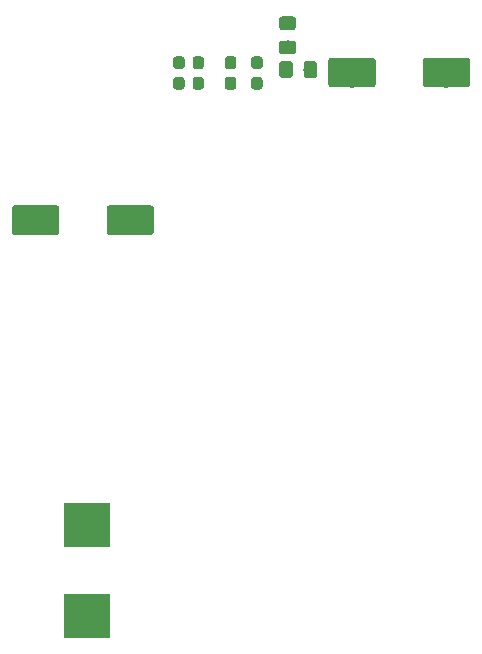
<source format=gbr>
G04 #@! TF.GenerationSoftware,KiCad,Pcbnew,(5.1.2)-1*
G04 #@! TF.CreationDate,2020-05-07T10:56:56-05:00*
G04 #@! TF.ProjectId,EMI_sensor_control_Rev2.0,454d495f-7365-46e7-936f-725f636f6e74,rev?*
G04 #@! TF.SameCoordinates,Original*
G04 #@! TF.FileFunction,Paste,Bot*
G04 #@! TF.FilePolarity,Positive*
%FSLAX46Y46*%
G04 Gerber Fmt 4.6, Leading zero omitted, Abs format (unit mm)*
G04 Created by KiCad (PCBNEW (5.1.2)-1) date 2020-05-07 10:56:56*
%MOMM*%
%LPD*%
G04 APERTURE LIST*
%ADD10C,0.100000*%
%ADD11C,2.500000*%
%ADD12C,0.950000*%
%ADD13C,1.150000*%
%ADD14R,4.000000X3.850000*%
G04 APERTURE END LIST*
D10*
G36*
X99272904Y-97455604D02*
G01*
X99297173Y-97459204D01*
X99320971Y-97465165D01*
X99344071Y-97473430D01*
X99366249Y-97483920D01*
X99387293Y-97496533D01*
X99406998Y-97511147D01*
X99425177Y-97527623D01*
X99441653Y-97545802D01*
X99456267Y-97565507D01*
X99468880Y-97586551D01*
X99479370Y-97608729D01*
X99487635Y-97631829D01*
X99493596Y-97655627D01*
X99497196Y-97679896D01*
X99498400Y-97704400D01*
X99498400Y-99704400D01*
X99497196Y-99728904D01*
X99493596Y-99753173D01*
X99487635Y-99776971D01*
X99479370Y-99800071D01*
X99468880Y-99822249D01*
X99456267Y-99843293D01*
X99441653Y-99862998D01*
X99425177Y-99881177D01*
X99406998Y-99897653D01*
X99387293Y-99912267D01*
X99366249Y-99924880D01*
X99344071Y-99935370D01*
X99320971Y-99943635D01*
X99297173Y-99949596D01*
X99272904Y-99953196D01*
X99248400Y-99954400D01*
X95748400Y-99954400D01*
X95723896Y-99953196D01*
X95699627Y-99949596D01*
X95675829Y-99943635D01*
X95652729Y-99935370D01*
X95630551Y-99924880D01*
X95609507Y-99912267D01*
X95589802Y-99897653D01*
X95571623Y-99881177D01*
X95555147Y-99862998D01*
X95540533Y-99843293D01*
X95527920Y-99822249D01*
X95517430Y-99800071D01*
X95509165Y-99776971D01*
X95503204Y-99753173D01*
X95499604Y-99728904D01*
X95498400Y-99704400D01*
X95498400Y-97704400D01*
X95499604Y-97679896D01*
X95503204Y-97655627D01*
X95509165Y-97631829D01*
X95517430Y-97608729D01*
X95527920Y-97586551D01*
X95540533Y-97565507D01*
X95555147Y-97545802D01*
X95571623Y-97527623D01*
X95589802Y-97511147D01*
X95609507Y-97496533D01*
X95630551Y-97483920D01*
X95652729Y-97473430D01*
X95675829Y-97465165D01*
X95699627Y-97459204D01*
X95723896Y-97455604D01*
X95748400Y-97454400D01*
X99248400Y-97454400D01*
X99272904Y-97455604D01*
X99272904Y-97455604D01*
G37*
D11*
X97498400Y-98704400D03*
D10*
G36*
X107272904Y-97455604D02*
G01*
X107297173Y-97459204D01*
X107320971Y-97465165D01*
X107344071Y-97473430D01*
X107366249Y-97483920D01*
X107387293Y-97496533D01*
X107406998Y-97511147D01*
X107425177Y-97527623D01*
X107441653Y-97545802D01*
X107456267Y-97565507D01*
X107468880Y-97586551D01*
X107479370Y-97608729D01*
X107487635Y-97631829D01*
X107493596Y-97655627D01*
X107497196Y-97679896D01*
X107498400Y-97704400D01*
X107498400Y-99704400D01*
X107497196Y-99728904D01*
X107493596Y-99753173D01*
X107487635Y-99776971D01*
X107479370Y-99800071D01*
X107468880Y-99822249D01*
X107456267Y-99843293D01*
X107441653Y-99862998D01*
X107425177Y-99881177D01*
X107406998Y-99897653D01*
X107387293Y-99912267D01*
X107366249Y-99924880D01*
X107344071Y-99935370D01*
X107320971Y-99943635D01*
X107297173Y-99949596D01*
X107272904Y-99953196D01*
X107248400Y-99954400D01*
X103748400Y-99954400D01*
X103723896Y-99953196D01*
X103699627Y-99949596D01*
X103675829Y-99943635D01*
X103652729Y-99935370D01*
X103630551Y-99924880D01*
X103609507Y-99912267D01*
X103589802Y-99897653D01*
X103571623Y-99881177D01*
X103555147Y-99862998D01*
X103540533Y-99843293D01*
X103527920Y-99822249D01*
X103517430Y-99800071D01*
X103509165Y-99776971D01*
X103503204Y-99753173D01*
X103499604Y-99728904D01*
X103498400Y-99704400D01*
X103498400Y-97704400D01*
X103499604Y-97679896D01*
X103503204Y-97655627D01*
X103509165Y-97631829D01*
X103517430Y-97608729D01*
X103527920Y-97586551D01*
X103540533Y-97565507D01*
X103555147Y-97545802D01*
X103571623Y-97527623D01*
X103589802Y-97511147D01*
X103609507Y-97496533D01*
X103630551Y-97483920D01*
X103652729Y-97473430D01*
X103675829Y-97465165D01*
X103699627Y-97459204D01*
X103723896Y-97455604D01*
X103748400Y-97454400D01*
X107248400Y-97454400D01*
X107272904Y-97455604D01*
X107272904Y-97455604D01*
G37*
D11*
X105498400Y-98704400D03*
D10*
G36*
X134044504Y-84958804D02*
G01*
X134068773Y-84962404D01*
X134092571Y-84968365D01*
X134115671Y-84976630D01*
X134137849Y-84987120D01*
X134158893Y-84999733D01*
X134178598Y-85014347D01*
X134196777Y-85030823D01*
X134213253Y-85049002D01*
X134227867Y-85068707D01*
X134240480Y-85089751D01*
X134250970Y-85111929D01*
X134259235Y-85135029D01*
X134265196Y-85158827D01*
X134268796Y-85183096D01*
X134270000Y-85207600D01*
X134270000Y-87207600D01*
X134268796Y-87232104D01*
X134265196Y-87256373D01*
X134259235Y-87280171D01*
X134250970Y-87303271D01*
X134240480Y-87325449D01*
X134227867Y-87346493D01*
X134213253Y-87366198D01*
X134196777Y-87384377D01*
X134178598Y-87400853D01*
X134158893Y-87415467D01*
X134137849Y-87428080D01*
X134115671Y-87438570D01*
X134092571Y-87446835D01*
X134068773Y-87452796D01*
X134044504Y-87456396D01*
X134020000Y-87457600D01*
X130520000Y-87457600D01*
X130495496Y-87456396D01*
X130471227Y-87452796D01*
X130447429Y-87446835D01*
X130424329Y-87438570D01*
X130402151Y-87428080D01*
X130381107Y-87415467D01*
X130361402Y-87400853D01*
X130343223Y-87384377D01*
X130326747Y-87366198D01*
X130312133Y-87346493D01*
X130299520Y-87325449D01*
X130289030Y-87303271D01*
X130280765Y-87280171D01*
X130274804Y-87256373D01*
X130271204Y-87232104D01*
X130270000Y-87207600D01*
X130270000Y-85207600D01*
X130271204Y-85183096D01*
X130274804Y-85158827D01*
X130280765Y-85135029D01*
X130289030Y-85111929D01*
X130299520Y-85089751D01*
X130312133Y-85068707D01*
X130326747Y-85049002D01*
X130343223Y-85030823D01*
X130361402Y-85014347D01*
X130381107Y-84999733D01*
X130402151Y-84987120D01*
X130424329Y-84976630D01*
X130447429Y-84968365D01*
X130471227Y-84962404D01*
X130495496Y-84958804D01*
X130520000Y-84957600D01*
X134020000Y-84957600D01*
X134044504Y-84958804D01*
X134044504Y-84958804D01*
G37*
D11*
X132270000Y-86207600D03*
D10*
G36*
X126044504Y-84958804D02*
G01*
X126068773Y-84962404D01*
X126092571Y-84968365D01*
X126115671Y-84976630D01*
X126137849Y-84987120D01*
X126158893Y-84999733D01*
X126178598Y-85014347D01*
X126196777Y-85030823D01*
X126213253Y-85049002D01*
X126227867Y-85068707D01*
X126240480Y-85089751D01*
X126250970Y-85111929D01*
X126259235Y-85135029D01*
X126265196Y-85158827D01*
X126268796Y-85183096D01*
X126270000Y-85207600D01*
X126270000Y-87207600D01*
X126268796Y-87232104D01*
X126265196Y-87256373D01*
X126259235Y-87280171D01*
X126250970Y-87303271D01*
X126240480Y-87325449D01*
X126227867Y-87346493D01*
X126213253Y-87366198D01*
X126196777Y-87384377D01*
X126178598Y-87400853D01*
X126158893Y-87415467D01*
X126137849Y-87428080D01*
X126115671Y-87438570D01*
X126092571Y-87446835D01*
X126068773Y-87452796D01*
X126044504Y-87456396D01*
X126020000Y-87457600D01*
X122520000Y-87457600D01*
X122495496Y-87456396D01*
X122471227Y-87452796D01*
X122447429Y-87446835D01*
X122424329Y-87438570D01*
X122402151Y-87428080D01*
X122381107Y-87415467D01*
X122361402Y-87400853D01*
X122343223Y-87384377D01*
X122326747Y-87366198D01*
X122312133Y-87346493D01*
X122299520Y-87325449D01*
X122289030Y-87303271D01*
X122280765Y-87280171D01*
X122274804Y-87256373D01*
X122271204Y-87232104D01*
X122270000Y-87207600D01*
X122270000Y-85207600D01*
X122271204Y-85183096D01*
X122274804Y-85158827D01*
X122280765Y-85135029D01*
X122289030Y-85111929D01*
X122299520Y-85089751D01*
X122312133Y-85068707D01*
X122326747Y-85049002D01*
X122343223Y-85030823D01*
X122361402Y-85014347D01*
X122381107Y-84999733D01*
X122402151Y-84987120D01*
X122424329Y-84976630D01*
X122447429Y-84968365D01*
X122471227Y-84962404D01*
X122495496Y-84958804D01*
X122520000Y-84957600D01*
X126020000Y-84957600D01*
X126044504Y-84958804D01*
X126044504Y-84958804D01*
G37*
D11*
X124270000Y-86207600D03*
D10*
G36*
X109887179Y-84848144D02*
G01*
X109910234Y-84851563D01*
X109932843Y-84857227D01*
X109954787Y-84865079D01*
X109975857Y-84875044D01*
X109995848Y-84887026D01*
X110014568Y-84900910D01*
X110031838Y-84916562D01*
X110047490Y-84933832D01*
X110061374Y-84952552D01*
X110073356Y-84972543D01*
X110083321Y-84993613D01*
X110091173Y-85015557D01*
X110096837Y-85038166D01*
X110100256Y-85061221D01*
X110101400Y-85084500D01*
X110101400Y-85659500D01*
X110100256Y-85682779D01*
X110096837Y-85705834D01*
X110091173Y-85728443D01*
X110083321Y-85750387D01*
X110073356Y-85771457D01*
X110061374Y-85791448D01*
X110047490Y-85810168D01*
X110031838Y-85827438D01*
X110014568Y-85843090D01*
X109995848Y-85856974D01*
X109975857Y-85868956D01*
X109954787Y-85878921D01*
X109932843Y-85886773D01*
X109910234Y-85892437D01*
X109887179Y-85895856D01*
X109863900Y-85897000D01*
X109388900Y-85897000D01*
X109365621Y-85895856D01*
X109342566Y-85892437D01*
X109319957Y-85886773D01*
X109298013Y-85878921D01*
X109276943Y-85868956D01*
X109256952Y-85856974D01*
X109238232Y-85843090D01*
X109220962Y-85827438D01*
X109205310Y-85810168D01*
X109191426Y-85791448D01*
X109179444Y-85771457D01*
X109169479Y-85750387D01*
X109161627Y-85728443D01*
X109155963Y-85705834D01*
X109152544Y-85682779D01*
X109151400Y-85659500D01*
X109151400Y-85084500D01*
X109152544Y-85061221D01*
X109155963Y-85038166D01*
X109161627Y-85015557D01*
X109169479Y-84993613D01*
X109179444Y-84972543D01*
X109191426Y-84952552D01*
X109205310Y-84933832D01*
X109220962Y-84916562D01*
X109238232Y-84900910D01*
X109256952Y-84887026D01*
X109276943Y-84875044D01*
X109298013Y-84865079D01*
X109319957Y-84857227D01*
X109342566Y-84851563D01*
X109365621Y-84848144D01*
X109388900Y-84847000D01*
X109863900Y-84847000D01*
X109887179Y-84848144D01*
X109887179Y-84848144D01*
G37*
D12*
X109626400Y-85372000D03*
D10*
G36*
X109887179Y-86598144D02*
G01*
X109910234Y-86601563D01*
X109932843Y-86607227D01*
X109954787Y-86615079D01*
X109975857Y-86625044D01*
X109995848Y-86637026D01*
X110014568Y-86650910D01*
X110031838Y-86666562D01*
X110047490Y-86683832D01*
X110061374Y-86702552D01*
X110073356Y-86722543D01*
X110083321Y-86743613D01*
X110091173Y-86765557D01*
X110096837Y-86788166D01*
X110100256Y-86811221D01*
X110101400Y-86834500D01*
X110101400Y-87409500D01*
X110100256Y-87432779D01*
X110096837Y-87455834D01*
X110091173Y-87478443D01*
X110083321Y-87500387D01*
X110073356Y-87521457D01*
X110061374Y-87541448D01*
X110047490Y-87560168D01*
X110031838Y-87577438D01*
X110014568Y-87593090D01*
X109995848Y-87606974D01*
X109975857Y-87618956D01*
X109954787Y-87628921D01*
X109932843Y-87636773D01*
X109910234Y-87642437D01*
X109887179Y-87645856D01*
X109863900Y-87647000D01*
X109388900Y-87647000D01*
X109365621Y-87645856D01*
X109342566Y-87642437D01*
X109319957Y-87636773D01*
X109298013Y-87628921D01*
X109276943Y-87618956D01*
X109256952Y-87606974D01*
X109238232Y-87593090D01*
X109220962Y-87577438D01*
X109205310Y-87560168D01*
X109191426Y-87541448D01*
X109179444Y-87521457D01*
X109169479Y-87500387D01*
X109161627Y-87478443D01*
X109155963Y-87455834D01*
X109152544Y-87432779D01*
X109151400Y-87409500D01*
X109151400Y-86834500D01*
X109152544Y-86811221D01*
X109155963Y-86788166D01*
X109161627Y-86765557D01*
X109169479Y-86743613D01*
X109179444Y-86722543D01*
X109191426Y-86702552D01*
X109205310Y-86683832D01*
X109220962Y-86666562D01*
X109238232Y-86650910D01*
X109256952Y-86637026D01*
X109276943Y-86625044D01*
X109298013Y-86615079D01*
X109319957Y-86607227D01*
X109342566Y-86601563D01*
X109365621Y-86598144D01*
X109388900Y-86597000D01*
X109863900Y-86597000D01*
X109887179Y-86598144D01*
X109887179Y-86598144D01*
G37*
D12*
X109626400Y-87122000D03*
D10*
G36*
X114255979Y-84848144D02*
G01*
X114279034Y-84851563D01*
X114301643Y-84857227D01*
X114323587Y-84865079D01*
X114344657Y-84875044D01*
X114364648Y-84887026D01*
X114383368Y-84900910D01*
X114400638Y-84916562D01*
X114416290Y-84933832D01*
X114430174Y-84952552D01*
X114442156Y-84972543D01*
X114452121Y-84993613D01*
X114459973Y-85015557D01*
X114465637Y-85038166D01*
X114469056Y-85061221D01*
X114470200Y-85084500D01*
X114470200Y-85659500D01*
X114469056Y-85682779D01*
X114465637Y-85705834D01*
X114459973Y-85728443D01*
X114452121Y-85750387D01*
X114442156Y-85771457D01*
X114430174Y-85791448D01*
X114416290Y-85810168D01*
X114400638Y-85827438D01*
X114383368Y-85843090D01*
X114364648Y-85856974D01*
X114344657Y-85868956D01*
X114323587Y-85878921D01*
X114301643Y-85886773D01*
X114279034Y-85892437D01*
X114255979Y-85895856D01*
X114232700Y-85897000D01*
X113757700Y-85897000D01*
X113734421Y-85895856D01*
X113711366Y-85892437D01*
X113688757Y-85886773D01*
X113666813Y-85878921D01*
X113645743Y-85868956D01*
X113625752Y-85856974D01*
X113607032Y-85843090D01*
X113589762Y-85827438D01*
X113574110Y-85810168D01*
X113560226Y-85791448D01*
X113548244Y-85771457D01*
X113538279Y-85750387D01*
X113530427Y-85728443D01*
X113524763Y-85705834D01*
X113521344Y-85682779D01*
X113520200Y-85659500D01*
X113520200Y-85084500D01*
X113521344Y-85061221D01*
X113524763Y-85038166D01*
X113530427Y-85015557D01*
X113538279Y-84993613D01*
X113548244Y-84972543D01*
X113560226Y-84952552D01*
X113574110Y-84933832D01*
X113589762Y-84916562D01*
X113607032Y-84900910D01*
X113625752Y-84887026D01*
X113645743Y-84875044D01*
X113666813Y-84865079D01*
X113688757Y-84857227D01*
X113711366Y-84851563D01*
X113734421Y-84848144D01*
X113757700Y-84847000D01*
X114232700Y-84847000D01*
X114255979Y-84848144D01*
X114255979Y-84848144D01*
G37*
D12*
X113995200Y-85372000D03*
D10*
G36*
X114255979Y-86598144D02*
G01*
X114279034Y-86601563D01*
X114301643Y-86607227D01*
X114323587Y-86615079D01*
X114344657Y-86625044D01*
X114364648Y-86637026D01*
X114383368Y-86650910D01*
X114400638Y-86666562D01*
X114416290Y-86683832D01*
X114430174Y-86702552D01*
X114442156Y-86722543D01*
X114452121Y-86743613D01*
X114459973Y-86765557D01*
X114465637Y-86788166D01*
X114469056Y-86811221D01*
X114470200Y-86834500D01*
X114470200Y-87409500D01*
X114469056Y-87432779D01*
X114465637Y-87455834D01*
X114459973Y-87478443D01*
X114452121Y-87500387D01*
X114442156Y-87521457D01*
X114430174Y-87541448D01*
X114416290Y-87560168D01*
X114400638Y-87577438D01*
X114383368Y-87593090D01*
X114364648Y-87606974D01*
X114344657Y-87618956D01*
X114323587Y-87628921D01*
X114301643Y-87636773D01*
X114279034Y-87642437D01*
X114255979Y-87645856D01*
X114232700Y-87647000D01*
X113757700Y-87647000D01*
X113734421Y-87645856D01*
X113711366Y-87642437D01*
X113688757Y-87636773D01*
X113666813Y-87628921D01*
X113645743Y-87618956D01*
X113625752Y-87606974D01*
X113607032Y-87593090D01*
X113589762Y-87577438D01*
X113574110Y-87560168D01*
X113560226Y-87541448D01*
X113548244Y-87521457D01*
X113538279Y-87500387D01*
X113530427Y-87478443D01*
X113524763Y-87455834D01*
X113521344Y-87432779D01*
X113520200Y-87409500D01*
X113520200Y-86834500D01*
X113521344Y-86811221D01*
X113524763Y-86788166D01*
X113530427Y-86765557D01*
X113538279Y-86743613D01*
X113548244Y-86722543D01*
X113560226Y-86702552D01*
X113574110Y-86683832D01*
X113589762Y-86666562D01*
X113607032Y-86650910D01*
X113625752Y-86637026D01*
X113645743Y-86625044D01*
X113666813Y-86615079D01*
X113688757Y-86607227D01*
X113711366Y-86601563D01*
X113734421Y-86598144D01*
X113757700Y-86597000D01*
X114232700Y-86597000D01*
X114255979Y-86598144D01*
X114255979Y-86598144D01*
G37*
D12*
X113995200Y-87122000D03*
D10*
G36*
X111512779Y-86598144D02*
G01*
X111535834Y-86601563D01*
X111558443Y-86607227D01*
X111580387Y-86615079D01*
X111601457Y-86625044D01*
X111621448Y-86637026D01*
X111640168Y-86650910D01*
X111657438Y-86666562D01*
X111673090Y-86683832D01*
X111686974Y-86702552D01*
X111698956Y-86722543D01*
X111708921Y-86743613D01*
X111716773Y-86765557D01*
X111722437Y-86788166D01*
X111725856Y-86811221D01*
X111727000Y-86834500D01*
X111727000Y-87409500D01*
X111725856Y-87432779D01*
X111722437Y-87455834D01*
X111716773Y-87478443D01*
X111708921Y-87500387D01*
X111698956Y-87521457D01*
X111686974Y-87541448D01*
X111673090Y-87560168D01*
X111657438Y-87577438D01*
X111640168Y-87593090D01*
X111621448Y-87606974D01*
X111601457Y-87618956D01*
X111580387Y-87628921D01*
X111558443Y-87636773D01*
X111535834Y-87642437D01*
X111512779Y-87645856D01*
X111489500Y-87647000D01*
X111014500Y-87647000D01*
X110991221Y-87645856D01*
X110968166Y-87642437D01*
X110945557Y-87636773D01*
X110923613Y-87628921D01*
X110902543Y-87618956D01*
X110882552Y-87606974D01*
X110863832Y-87593090D01*
X110846562Y-87577438D01*
X110830910Y-87560168D01*
X110817026Y-87541448D01*
X110805044Y-87521457D01*
X110795079Y-87500387D01*
X110787227Y-87478443D01*
X110781563Y-87455834D01*
X110778144Y-87432779D01*
X110777000Y-87409500D01*
X110777000Y-86834500D01*
X110778144Y-86811221D01*
X110781563Y-86788166D01*
X110787227Y-86765557D01*
X110795079Y-86743613D01*
X110805044Y-86722543D01*
X110817026Y-86702552D01*
X110830910Y-86683832D01*
X110846562Y-86666562D01*
X110863832Y-86650910D01*
X110882552Y-86637026D01*
X110902543Y-86625044D01*
X110923613Y-86615079D01*
X110945557Y-86607227D01*
X110968166Y-86601563D01*
X110991221Y-86598144D01*
X111014500Y-86597000D01*
X111489500Y-86597000D01*
X111512779Y-86598144D01*
X111512779Y-86598144D01*
G37*
D12*
X111252000Y-87122000D03*
D10*
G36*
X111512779Y-84848144D02*
G01*
X111535834Y-84851563D01*
X111558443Y-84857227D01*
X111580387Y-84865079D01*
X111601457Y-84875044D01*
X111621448Y-84887026D01*
X111640168Y-84900910D01*
X111657438Y-84916562D01*
X111673090Y-84933832D01*
X111686974Y-84952552D01*
X111698956Y-84972543D01*
X111708921Y-84993613D01*
X111716773Y-85015557D01*
X111722437Y-85038166D01*
X111725856Y-85061221D01*
X111727000Y-85084500D01*
X111727000Y-85659500D01*
X111725856Y-85682779D01*
X111722437Y-85705834D01*
X111716773Y-85728443D01*
X111708921Y-85750387D01*
X111698956Y-85771457D01*
X111686974Y-85791448D01*
X111673090Y-85810168D01*
X111657438Y-85827438D01*
X111640168Y-85843090D01*
X111621448Y-85856974D01*
X111601457Y-85868956D01*
X111580387Y-85878921D01*
X111558443Y-85886773D01*
X111535834Y-85892437D01*
X111512779Y-85895856D01*
X111489500Y-85897000D01*
X111014500Y-85897000D01*
X110991221Y-85895856D01*
X110968166Y-85892437D01*
X110945557Y-85886773D01*
X110923613Y-85878921D01*
X110902543Y-85868956D01*
X110882552Y-85856974D01*
X110863832Y-85843090D01*
X110846562Y-85827438D01*
X110830910Y-85810168D01*
X110817026Y-85791448D01*
X110805044Y-85771457D01*
X110795079Y-85750387D01*
X110787227Y-85728443D01*
X110781563Y-85705834D01*
X110778144Y-85682779D01*
X110777000Y-85659500D01*
X110777000Y-85084500D01*
X110778144Y-85061221D01*
X110781563Y-85038166D01*
X110787227Y-85015557D01*
X110795079Y-84993613D01*
X110805044Y-84972543D01*
X110817026Y-84952552D01*
X110830910Y-84933832D01*
X110846562Y-84916562D01*
X110863832Y-84900910D01*
X110882552Y-84887026D01*
X110902543Y-84875044D01*
X110923613Y-84865079D01*
X110945557Y-84857227D01*
X110968166Y-84851563D01*
X110991221Y-84848144D01*
X111014500Y-84847000D01*
X111489500Y-84847000D01*
X111512779Y-84848144D01*
X111512779Y-84848144D01*
G37*
D12*
X111252000Y-85372000D03*
D10*
G36*
X116491179Y-84848144D02*
G01*
X116514234Y-84851563D01*
X116536843Y-84857227D01*
X116558787Y-84865079D01*
X116579857Y-84875044D01*
X116599848Y-84887026D01*
X116618568Y-84900910D01*
X116635838Y-84916562D01*
X116651490Y-84933832D01*
X116665374Y-84952552D01*
X116677356Y-84972543D01*
X116687321Y-84993613D01*
X116695173Y-85015557D01*
X116700837Y-85038166D01*
X116704256Y-85061221D01*
X116705400Y-85084500D01*
X116705400Y-85659500D01*
X116704256Y-85682779D01*
X116700837Y-85705834D01*
X116695173Y-85728443D01*
X116687321Y-85750387D01*
X116677356Y-85771457D01*
X116665374Y-85791448D01*
X116651490Y-85810168D01*
X116635838Y-85827438D01*
X116618568Y-85843090D01*
X116599848Y-85856974D01*
X116579857Y-85868956D01*
X116558787Y-85878921D01*
X116536843Y-85886773D01*
X116514234Y-85892437D01*
X116491179Y-85895856D01*
X116467900Y-85897000D01*
X115992900Y-85897000D01*
X115969621Y-85895856D01*
X115946566Y-85892437D01*
X115923957Y-85886773D01*
X115902013Y-85878921D01*
X115880943Y-85868956D01*
X115860952Y-85856974D01*
X115842232Y-85843090D01*
X115824962Y-85827438D01*
X115809310Y-85810168D01*
X115795426Y-85791448D01*
X115783444Y-85771457D01*
X115773479Y-85750387D01*
X115765627Y-85728443D01*
X115759963Y-85705834D01*
X115756544Y-85682779D01*
X115755400Y-85659500D01*
X115755400Y-85084500D01*
X115756544Y-85061221D01*
X115759963Y-85038166D01*
X115765627Y-85015557D01*
X115773479Y-84993613D01*
X115783444Y-84972543D01*
X115795426Y-84952552D01*
X115809310Y-84933832D01*
X115824962Y-84916562D01*
X115842232Y-84900910D01*
X115860952Y-84887026D01*
X115880943Y-84875044D01*
X115902013Y-84865079D01*
X115923957Y-84857227D01*
X115946566Y-84851563D01*
X115969621Y-84848144D01*
X115992900Y-84847000D01*
X116467900Y-84847000D01*
X116491179Y-84848144D01*
X116491179Y-84848144D01*
G37*
D12*
X116230400Y-85372000D03*
D10*
G36*
X116491179Y-86598144D02*
G01*
X116514234Y-86601563D01*
X116536843Y-86607227D01*
X116558787Y-86615079D01*
X116579857Y-86625044D01*
X116599848Y-86637026D01*
X116618568Y-86650910D01*
X116635838Y-86666562D01*
X116651490Y-86683832D01*
X116665374Y-86702552D01*
X116677356Y-86722543D01*
X116687321Y-86743613D01*
X116695173Y-86765557D01*
X116700837Y-86788166D01*
X116704256Y-86811221D01*
X116705400Y-86834500D01*
X116705400Y-87409500D01*
X116704256Y-87432779D01*
X116700837Y-87455834D01*
X116695173Y-87478443D01*
X116687321Y-87500387D01*
X116677356Y-87521457D01*
X116665374Y-87541448D01*
X116651490Y-87560168D01*
X116635838Y-87577438D01*
X116618568Y-87593090D01*
X116599848Y-87606974D01*
X116579857Y-87618956D01*
X116558787Y-87628921D01*
X116536843Y-87636773D01*
X116514234Y-87642437D01*
X116491179Y-87645856D01*
X116467900Y-87647000D01*
X115992900Y-87647000D01*
X115969621Y-87645856D01*
X115946566Y-87642437D01*
X115923957Y-87636773D01*
X115902013Y-87628921D01*
X115880943Y-87618956D01*
X115860952Y-87606974D01*
X115842232Y-87593090D01*
X115824962Y-87577438D01*
X115809310Y-87560168D01*
X115795426Y-87541448D01*
X115783444Y-87521457D01*
X115773479Y-87500387D01*
X115765627Y-87478443D01*
X115759963Y-87455834D01*
X115756544Y-87432779D01*
X115755400Y-87409500D01*
X115755400Y-86834500D01*
X115756544Y-86811221D01*
X115759963Y-86788166D01*
X115765627Y-86765557D01*
X115773479Y-86743613D01*
X115783444Y-86722543D01*
X115795426Y-86702552D01*
X115809310Y-86683832D01*
X115824962Y-86666562D01*
X115842232Y-86650910D01*
X115860952Y-86637026D01*
X115880943Y-86625044D01*
X115902013Y-86615079D01*
X115923957Y-86607227D01*
X115946566Y-86601563D01*
X115969621Y-86598144D01*
X115992900Y-86597000D01*
X116467900Y-86597000D01*
X116491179Y-86598144D01*
X116491179Y-86598144D01*
G37*
D12*
X116230400Y-87122000D03*
D10*
G36*
X119295705Y-81459204D02*
G01*
X119319973Y-81462804D01*
X119343772Y-81468765D01*
X119366871Y-81477030D01*
X119389050Y-81487520D01*
X119410093Y-81500132D01*
X119429799Y-81514747D01*
X119447977Y-81531223D01*
X119464453Y-81549401D01*
X119479068Y-81569107D01*
X119491680Y-81590150D01*
X119502170Y-81612329D01*
X119510435Y-81635428D01*
X119516396Y-81659227D01*
X119519996Y-81683495D01*
X119521200Y-81707999D01*
X119521200Y-82358001D01*
X119519996Y-82382505D01*
X119516396Y-82406773D01*
X119510435Y-82430572D01*
X119502170Y-82453671D01*
X119491680Y-82475850D01*
X119479068Y-82496893D01*
X119464453Y-82516599D01*
X119447977Y-82534777D01*
X119429799Y-82551253D01*
X119410093Y-82565868D01*
X119389050Y-82578480D01*
X119366871Y-82588970D01*
X119343772Y-82597235D01*
X119319973Y-82603196D01*
X119295705Y-82606796D01*
X119271201Y-82608000D01*
X118371199Y-82608000D01*
X118346695Y-82606796D01*
X118322427Y-82603196D01*
X118298628Y-82597235D01*
X118275529Y-82588970D01*
X118253350Y-82578480D01*
X118232307Y-82565868D01*
X118212601Y-82551253D01*
X118194423Y-82534777D01*
X118177947Y-82516599D01*
X118163332Y-82496893D01*
X118150720Y-82475850D01*
X118140230Y-82453671D01*
X118131965Y-82430572D01*
X118126004Y-82406773D01*
X118122404Y-82382505D01*
X118121200Y-82358001D01*
X118121200Y-81707999D01*
X118122404Y-81683495D01*
X118126004Y-81659227D01*
X118131965Y-81635428D01*
X118140230Y-81612329D01*
X118150720Y-81590150D01*
X118163332Y-81569107D01*
X118177947Y-81549401D01*
X118194423Y-81531223D01*
X118212601Y-81514747D01*
X118232307Y-81500132D01*
X118253350Y-81487520D01*
X118275529Y-81477030D01*
X118298628Y-81468765D01*
X118322427Y-81462804D01*
X118346695Y-81459204D01*
X118371199Y-81458000D01*
X119271201Y-81458000D01*
X119295705Y-81459204D01*
X119295705Y-81459204D01*
G37*
D13*
X118821200Y-82033000D03*
D10*
G36*
X119295705Y-83509204D02*
G01*
X119319973Y-83512804D01*
X119343772Y-83518765D01*
X119366871Y-83527030D01*
X119389050Y-83537520D01*
X119410093Y-83550132D01*
X119429799Y-83564747D01*
X119447977Y-83581223D01*
X119464453Y-83599401D01*
X119479068Y-83619107D01*
X119491680Y-83640150D01*
X119502170Y-83662329D01*
X119510435Y-83685428D01*
X119516396Y-83709227D01*
X119519996Y-83733495D01*
X119521200Y-83757999D01*
X119521200Y-84408001D01*
X119519996Y-84432505D01*
X119516396Y-84456773D01*
X119510435Y-84480572D01*
X119502170Y-84503671D01*
X119491680Y-84525850D01*
X119479068Y-84546893D01*
X119464453Y-84566599D01*
X119447977Y-84584777D01*
X119429799Y-84601253D01*
X119410093Y-84615868D01*
X119389050Y-84628480D01*
X119366871Y-84638970D01*
X119343772Y-84647235D01*
X119319973Y-84653196D01*
X119295705Y-84656796D01*
X119271201Y-84658000D01*
X118371199Y-84658000D01*
X118346695Y-84656796D01*
X118322427Y-84653196D01*
X118298628Y-84647235D01*
X118275529Y-84638970D01*
X118253350Y-84628480D01*
X118232307Y-84615868D01*
X118212601Y-84601253D01*
X118194423Y-84584777D01*
X118177947Y-84566599D01*
X118163332Y-84546893D01*
X118150720Y-84525850D01*
X118140230Y-84503671D01*
X118131965Y-84480572D01*
X118126004Y-84456773D01*
X118122404Y-84432505D01*
X118121200Y-84408001D01*
X118121200Y-83757999D01*
X118122404Y-83733495D01*
X118126004Y-83709227D01*
X118131965Y-83685428D01*
X118140230Y-83662329D01*
X118150720Y-83640150D01*
X118163332Y-83619107D01*
X118177947Y-83599401D01*
X118194423Y-83581223D01*
X118212601Y-83564747D01*
X118232307Y-83550132D01*
X118253350Y-83537520D01*
X118275529Y-83527030D01*
X118298628Y-83518765D01*
X118322427Y-83512804D01*
X118346695Y-83509204D01*
X118371199Y-83508000D01*
X119271201Y-83508000D01*
X119295705Y-83509204D01*
X119295705Y-83509204D01*
G37*
D13*
X118821200Y-84083000D03*
D14*
X101854000Y-124544300D03*
X101854000Y-132194300D03*
D10*
G36*
X121101105Y-85254804D02*
G01*
X121125373Y-85258404D01*
X121149172Y-85264365D01*
X121172271Y-85272630D01*
X121194450Y-85283120D01*
X121215493Y-85295732D01*
X121235199Y-85310347D01*
X121253377Y-85326823D01*
X121269853Y-85345001D01*
X121284468Y-85364707D01*
X121297080Y-85385750D01*
X121307570Y-85407929D01*
X121315835Y-85431028D01*
X121321796Y-85454827D01*
X121325396Y-85479095D01*
X121326600Y-85503599D01*
X121326600Y-86403601D01*
X121325396Y-86428105D01*
X121321796Y-86452373D01*
X121315835Y-86476172D01*
X121307570Y-86499271D01*
X121297080Y-86521450D01*
X121284468Y-86542493D01*
X121269853Y-86562199D01*
X121253377Y-86580377D01*
X121235199Y-86596853D01*
X121215493Y-86611468D01*
X121194450Y-86624080D01*
X121172271Y-86634570D01*
X121149172Y-86642835D01*
X121125373Y-86648796D01*
X121101105Y-86652396D01*
X121076601Y-86653600D01*
X120426599Y-86653600D01*
X120402095Y-86652396D01*
X120377827Y-86648796D01*
X120354028Y-86642835D01*
X120330929Y-86634570D01*
X120308750Y-86624080D01*
X120287707Y-86611468D01*
X120268001Y-86596853D01*
X120249823Y-86580377D01*
X120233347Y-86562199D01*
X120218732Y-86542493D01*
X120206120Y-86521450D01*
X120195630Y-86499271D01*
X120187365Y-86476172D01*
X120181404Y-86452373D01*
X120177804Y-86428105D01*
X120176600Y-86403601D01*
X120176600Y-85503599D01*
X120177804Y-85479095D01*
X120181404Y-85454827D01*
X120187365Y-85431028D01*
X120195630Y-85407929D01*
X120206120Y-85385750D01*
X120218732Y-85364707D01*
X120233347Y-85345001D01*
X120249823Y-85326823D01*
X120268001Y-85310347D01*
X120287707Y-85295732D01*
X120308750Y-85283120D01*
X120330929Y-85272630D01*
X120354028Y-85264365D01*
X120377827Y-85258404D01*
X120402095Y-85254804D01*
X120426599Y-85253600D01*
X121076601Y-85253600D01*
X121101105Y-85254804D01*
X121101105Y-85254804D01*
G37*
D13*
X120751600Y-85953600D03*
D10*
G36*
X119051105Y-85254804D02*
G01*
X119075373Y-85258404D01*
X119099172Y-85264365D01*
X119122271Y-85272630D01*
X119144450Y-85283120D01*
X119165493Y-85295732D01*
X119185199Y-85310347D01*
X119203377Y-85326823D01*
X119219853Y-85345001D01*
X119234468Y-85364707D01*
X119247080Y-85385750D01*
X119257570Y-85407929D01*
X119265835Y-85431028D01*
X119271796Y-85454827D01*
X119275396Y-85479095D01*
X119276600Y-85503599D01*
X119276600Y-86403601D01*
X119275396Y-86428105D01*
X119271796Y-86452373D01*
X119265835Y-86476172D01*
X119257570Y-86499271D01*
X119247080Y-86521450D01*
X119234468Y-86542493D01*
X119219853Y-86562199D01*
X119203377Y-86580377D01*
X119185199Y-86596853D01*
X119165493Y-86611468D01*
X119144450Y-86624080D01*
X119122271Y-86634570D01*
X119099172Y-86642835D01*
X119075373Y-86648796D01*
X119051105Y-86652396D01*
X119026601Y-86653600D01*
X118376599Y-86653600D01*
X118352095Y-86652396D01*
X118327827Y-86648796D01*
X118304028Y-86642835D01*
X118280929Y-86634570D01*
X118258750Y-86624080D01*
X118237707Y-86611468D01*
X118218001Y-86596853D01*
X118199823Y-86580377D01*
X118183347Y-86562199D01*
X118168732Y-86542493D01*
X118156120Y-86521450D01*
X118145630Y-86499271D01*
X118137365Y-86476172D01*
X118131404Y-86452373D01*
X118127804Y-86428105D01*
X118126600Y-86403601D01*
X118126600Y-85503599D01*
X118127804Y-85479095D01*
X118131404Y-85454827D01*
X118137365Y-85431028D01*
X118145630Y-85407929D01*
X118156120Y-85385750D01*
X118168732Y-85364707D01*
X118183347Y-85345001D01*
X118199823Y-85326823D01*
X118218001Y-85310347D01*
X118237707Y-85295732D01*
X118258750Y-85283120D01*
X118280929Y-85272630D01*
X118304028Y-85264365D01*
X118327827Y-85258404D01*
X118352095Y-85254804D01*
X118376599Y-85253600D01*
X119026601Y-85253600D01*
X119051105Y-85254804D01*
X119051105Y-85254804D01*
G37*
D13*
X118701600Y-85953600D03*
M02*

</source>
